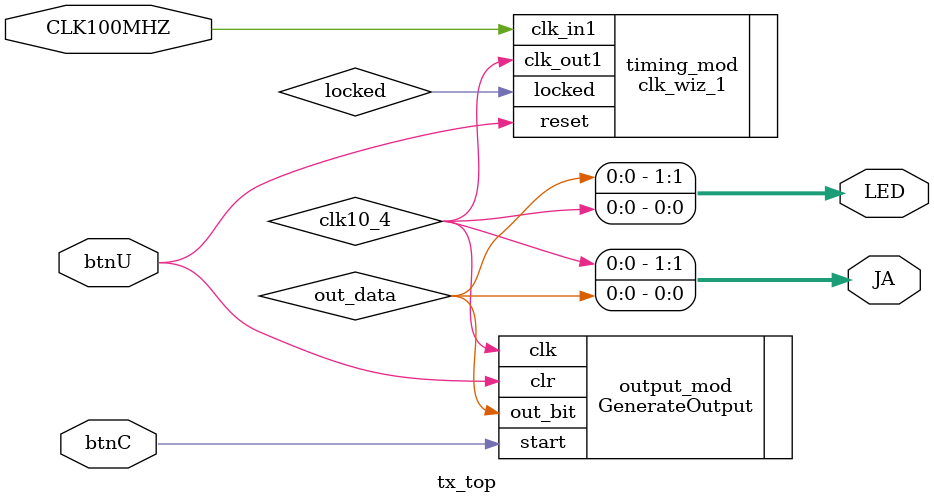
<source format=sv>
`timescale 1ns / 1ps
`default_nettype none


//module tx_top(
//    input wire logic clk,
//    input wire logic btnc,
//    input wire logic btnu,
//    output logic[1:0] led
//    );
//    wire clk10_4;
//    wire locked;
//    generate_PN11(.start(btnc),.clk(clk10_4),.clr(btnu),.out_bit(led[1]));
//    clk_wiz_1(.reset(btnu),.clk_in1(clk),.locked(locked),.clk_out1(clk10_4));
//    assign led[0] = clk10_4;
//endmodule

module tx_top(
    input wire logic CLK100MHZ,
    input wire logic btnC,
    input wire logic btnU,
    output logic[1:0] LED,
    output logic[1:0] JA
    );
    logic clk10_4;
    logic out_data;
    logic locked;
    //generate_PN11(.start(btnC),.clk(clk10_4),.clr(btnU),.out_bit(out_data));
    GenerateOutput output_mod(.start(btnC),.clk(clk10_4),.clr(btnU),.out_bit(out_data));
    clk_wiz_1 timing_mod(.reset(btnU),.clk_in1(CLK100MHZ),.locked(locked),.clk_out1(clk10_4));
    assign JA[1] = clk10_4;
    assign JA[0] = out_data;
    assign LED[1] = out_data;
    assign LED[0] = clk10_4;
endmodule


</source>
